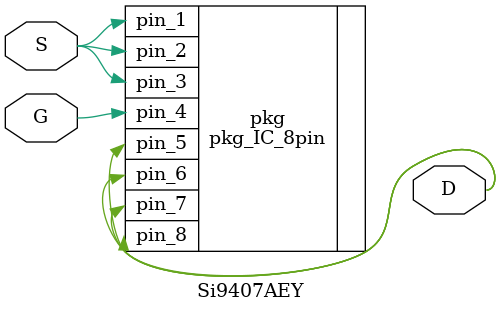
<source format=v>
/*
 * This Verilog module encapsulates a MOSFET in a Si9407AEY-compatible
 * SOIC-8 footprint.
 */

module Si9407AEY (G, S, D);

input G, S;
output D;

/* instantiate the package; the mapping of signals to pins is defined here */

pkg_IC_8pin pkg (.pin_1(S),
		 .pin_2(S),
		 .pin_3(S),
		 .pin_4(G),
		 .pin_5(D),
		 .pin_6(D),
		 .pin_7(D),
		 .pin_8(D)
	);

endmodule

</source>
